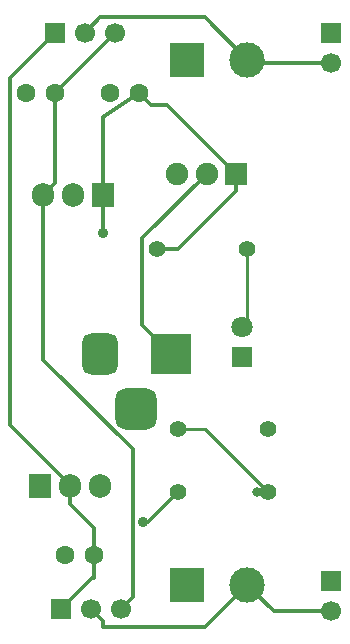
<source format=gtl>
%TF.GenerationSoftware,KiCad,Pcbnew,9.0.4*%
%TF.CreationDate,2026-02-14T22:34:29+05:30*%
%TF.ProjectId,Breadboard_PowerSupply,42726561-6462-46f6-9172-645f506f7765,rev?*%
%TF.SameCoordinates,Original*%
%TF.FileFunction,Copper,L1,Top*%
%TF.FilePolarity,Positive*%
%FSLAX46Y46*%
G04 Gerber Fmt 4.6, Leading zero omitted, Abs format (unit mm)*
G04 Created by KiCad (PCBNEW 9.0.4) date 2026-02-14 22:34:29*
%MOMM*%
%LPD*%
G01*
G04 APERTURE LIST*
G04 Aperture macros list*
%AMRoundRect*
0 Rectangle with rounded corners*
0 $1 Rounding radius*
0 $2 $3 $4 $5 $6 $7 $8 $9 X,Y pos of 4 corners*
0 Add a 4 corners polygon primitive as box body*
4,1,4,$2,$3,$4,$5,$6,$7,$8,$9,$2,$3,0*
0 Add four circle primitives for the rounded corners*
1,1,$1+$1,$2,$3*
1,1,$1+$1,$4,$5*
1,1,$1+$1,$6,$7*
1,1,$1+$1,$8,$9*
0 Add four rect primitives between the rounded corners*
20,1,$1+$1,$2,$3,$4,$5,0*
20,1,$1+$1,$4,$5,$6,$7,0*
20,1,$1+$1,$6,$7,$8,$9,0*
20,1,$1+$1,$8,$9,$2,$3,0*%
G04 Aperture macros list end*
%TA.AperFunction,Conductor*%
%ADD10C,0.350000*%
%TD*%
%TA.AperFunction,ComponentPad*%
%ADD11C,1.400000*%
%TD*%
%TA.AperFunction,ComponentPad*%
%ADD12R,3.000000X3.000000*%
%TD*%
%TA.AperFunction,ComponentPad*%
%ADD13C,3.000000*%
%TD*%
%TA.AperFunction,ComponentPad*%
%ADD14R,1.900000X1.900000*%
%TD*%
%TA.AperFunction,ComponentPad*%
%ADD15C,1.900000*%
%TD*%
%TA.AperFunction,ComponentPad*%
%ADD16C,1.600000*%
%TD*%
%TA.AperFunction,ComponentPad*%
%ADD17R,1.700000X1.700000*%
%TD*%
%TA.AperFunction,ComponentPad*%
%ADD18C,1.700000*%
%TD*%
%TA.AperFunction,ComponentPad*%
%ADD19R,1.905000X2.000000*%
%TD*%
%TA.AperFunction,ComponentPad*%
%ADD20O,1.905000X2.000000*%
%TD*%
%TA.AperFunction,ComponentPad*%
%ADD21R,3.500000X3.500000*%
%TD*%
%TA.AperFunction,ComponentPad*%
%ADD22RoundRect,0.750000X-0.750000X-1.000000X0.750000X-1.000000X0.750000X1.000000X-0.750000X1.000000X0*%
%TD*%
%TA.AperFunction,ComponentPad*%
%ADD23RoundRect,0.875000X-0.875000X-0.875000X0.875000X-0.875000X0.875000X0.875000X-0.875000X0.875000X0*%
%TD*%
%TA.AperFunction,ComponentPad*%
%ADD24R,1.800000X1.800000*%
%TD*%
%TA.AperFunction,ComponentPad*%
%ADD25C,1.800000*%
%TD*%
%TA.AperFunction,ViaPad*%
%ADD26C,0.900000*%
%TD*%
%TA.AperFunction,ViaPad*%
%ADD27C,0.800000*%
%TD*%
%TA.AperFunction,Conductor*%
%ADD28C,0.250000*%
%TD*%
G04 APERTURE END LIST*
D10*
%TO.N,/12V*%
X139700000Y-78740000D02*
X139700000Y-75438000D01*
X139700000Y-68834000D02*
X142748000Y-66802000D01*
X139700000Y-75438000D02*
X139700000Y-68834000D01*
%TD*%
D11*
%TO.P,R2,1*%
%TO.N,Net-(D1-A)*%
X151892000Y-80010000D03*
%TO.P,R2,2*%
%TO.N,/12V*%
X144272000Y-80010000D03*
%TD*%
D12*
%TO.P,J5,1,Pin_1*%
%TO.N,GND*%
X146812000Y-64008000D03*
D13*
%TO.P,J5,2,Pin_2*%
%TO.N,/PWR_OUT_TOP*%
X151892000Y-64008000D03*
%TD*%
D14*
%TO.P,S1,1*%
%TO.N,/12V*%
X150950000Y-73660000D03*
D15*
%TO.P,S1,2*%
%TO.N,/PWR_Input*%
X148450000Y-73660000D03*
%TO.P,S1,3*%
%TO.N,unconnected-(S1-Pad3)*%
X145950000Y-73660000D03*
%TD*%
D11*
%TO.P,R1,2*%
%TO.N,/3.3V*%
X146050000Y-100584000D03*
%TO.P,R1,1*%
%TO.N,Net-(U2-ADJ)*%
X153670000Y-100584000D03*
%TD*%
%TO.P,R3,2*%
%TO.N,Net-(U2-ADJ)*%
X146050000Y-95250000D03*
%TO.P,R3,1*%
%TO.N,GND*%
X153670000Y-95250000D03*
%TD*%
D13*
%TO.P,J7,2,Pin_2*%
%TO.N,/PWR_OUT_BOT*%
X151892000Y-108458000D03*
D12*
%TO.P,J7,1,Pin_1*%
%TO.N,GND*%
X146812000Y-108458000D03*
%TD*%
D16*
%TO.P,C1,1*%
%TO.N,/12V*%
X142748000Y-66802000D03*
%TO.P,C1,2*%
%TO.N,GND*%
X140248000Y-66802000D03*
%TD*%
%TO.P,C3,1*%
%TO.N,/3.3V*%
X138938000Y-105918000D03*
%TO.P,C3,2*%
%TO.N,GND*%
X136438000Y-105918000D03*
%TD*%
%TO.P,C2,1*%
%TO.N,/5V*%
X135616000Y-66802000D03*
%TO.P,C2,2*%
%TO.N,GND*%
X133116000Y-66802000D03*
%TD*%
D17*
%TO.P,J1,1,Pin_1*%
%TO.N,GND*%
X159004000Y-61778000D03*
D18*
%TO.P,J1,2,Pin_2*%
%TO.N,/PWR_OUT_TOP*%
X159004000Y-64318000D03*
%TD*%
D17*
%TO.P,J2,1,Pin_1*%
%TO.N,GND*%
X159004000Y-108138000D03*
D18*
%TO.P,J2,2,Pin_2*%
%TO.N,/PWR_OUT_BOT*%
X159004000Y-110678000D03*
%TD*%
D17*
%TO.P,J3,1,Pin_1*%
%TO.N,/3.3V*%
X135636000Y-61722000D03*
D18*
%TO.P,J3,2,Pin_2*%
%TO.N,/PWR_OUT_TOP*%
X138176000Y-61722000D03*
%TO.P,J3,3,Pin_3*%
%TO.N,/5V*%
X140716000Y-61722000D03*
%TD*%
D17*
%TO.P,J4,1,Pin_1*%
%TO.N,/3.3V*%
X136144000Y-110490000D03*
D18*
%TO.P,J4,2,Pin_2*%
%TO.N,/PWR_OUT_BOT*%
X138684000Y-110490000D03*
%TO.P,J4,3,Pin_3*%
%TO.N,/5V*%
X141224000Y-110490000D03*
%TD*%
D19*
%TO.P,U1,1,VI*%
%TO.N,/12V*%
X139700000Y-75438000D03*
D20*
%TO.P,U1,2,GND*%
%TO.N,GND*%
X137160000Y-75438000D03*
%TO.P,U1,3,VO*%
%TO.N,/5V*%
X134620000Y-75438000D03*
%TD*%
D21*
%TO.P,J6,1*%
%TO.N,/PWR_Input*%
X145446000Y-88900000D03*
D22*
%TO.P,J6,2*%
%TO.N,GND*%
X139446000Y-88900000D03*
D23*
%TO.P,J6,3*%
X142446000Y-93600000D03*
%TD*%
D19*
%TO.P,U2,1,ADJ*%
%TO.N,Net-(U2-ADJ)*%
X134366000Y-100076000D03*
D20*
%TO.P,U2,2,VO*%
%TO.N,/3.3V*%
X136906000Y-100076000D03*
%TO.P,U2,3,VI*%
%TO.N,/12V*%
X139446000Y-100076000D03*
%TD*%
D24*
%TO.P,D1,1,K*%
%TO.N,GND*%
X151410000Y-89154000D03*
D25*
%TO.P,D1,2,A*%
%TO.N,Net-(D1-A)*%
X151410000Y-86614000D03*
%TD*%
D26*
%TO.N,/12V*%
X139700000Y-78720000D03*
D27*
%TO.N,Net-(U2-ADJ)*%
X152670000Y-100584000D03*
D26*
%TO.N,/3.3V*%
X143051000Y-103124000D03*
%TD*%
D10*
%TO.N,/3.3V*%
X131826000Y-65532000D02*
X135636000Y-61722000D01*
X131826000Y-94948500D02*
X131826000Y-65532000D01*
X136906000Y-100028500D02*
X131826000Y-94948500D01*
X136906000Y-100076000D02*
X136906000Y-100028500D01*
%TO.N,/5V*%
X140696000Y-61722000D02*
X140716000Y-61722000D01*
X135616000Y-66802000D02*
X140696000Y-61722000D01*
%TO.N,/PWR_OUT_TOP*%
X148330000Y-60446000D02*
X139452000Y-60446000D01*
X139452000Y-60446000D02*
X138176000Y-61722000D01*
X151892000Y-64008000D02*
X148330000Y-60446000D01*
%TO.N,/3.3V*%
X138704000Y-107930000D02*
X136144000Y-110490000D01*
X138938000Y-107930000D02*
X138704000Y-107930000D01*
%TO.N,/PWR_OUT_BOT*%
X139706000Y-111512000D02*
X138684000Y-110490000D01*
X139706000Y-112020000D02*
X139706000Y-111512000D01*
%TO.N,/5V*%
X142176000Y-109538000D02*
X141224000Y-110490000D01*
%TO.N,/3.3V*%
X136124000Y-110744000D02*
X135890000Y-110744000D01*
X138938000Y-103632000D02*
X136906000Y-101600000D01*
X138938000Y-105918000D02*
X138938000Y-103632000D01*
X138938000Y-105918000D02*
X138938000Y-107930000D01*
X136906000Y-101600000D02*
X136906000Y-100076000D01*
%TO.N,/5V*%
X135616000Y-74442000D02*
X134620000Y-75438000D01*
X135616000Y-66802000D02*
X135616000Y-74442000D01*
X135890000Y-66802000D02*
X135616000Y-66802000D01*
%TO.N,/12V*%
X145108000Y-67818000D02*
X150950000Y-73660000D01*
X143764000Y-67818000D02*
X145108000Y-67818000D01*
X142748000Y-66802000D02*
X143764000Y-67818000D01*
%TO.N,/5V*%
X142176000Y-96964000D02*
X142176000Y-109538000D01*
X134620000Y-89408000D02*
X142176000Y-96964000D01*
X134620000Y-75438000D02*
X134620000Y-89408000D01*
D28*
%TO.N,Net-(U2-ADJ)*%
X153670000Y-100584000D02*
X152670000Y-100584000D01*
D10*
%TO.N,/PWR_OUT_BOT*%
X148330000Y-112020000D02*
X151892000Y-108458000D01*
X139706000Y-112020000D02*
X148330000Y-112020000D01*
D28*
%TO.N,Net-(D1-A)*%
X151892000Y-86132000D02*
X151410000Y-86614000D01*
X151892000Y-80010000D02*
X151892000Y-86132000D01*
D10*
%TO.N,/12V*%
X146050000Y-80010000D02*
X144272000Y-80010000D01*
X150950000Y-75110000D02*
X146050000Y-80010000D01*
X150950000Y-73660000D02*
X150950000Y-75110000D01*
%TO.N,/PWR_Input*%
X143002000Y-86456000D02*
X145446000Y-88900000D01*
X143002000Y-79108000D02*
X143002000Y-86456000D01*
X148450000Y-73660000D02*
X143002000Y-79108000D01*
%TO.N,/PWR_OUT_BOT*%
X154112000Y-110678000D02*
X159258000Y-110678000D01*
X151892000Y-108458000D02*
X154112000Y-110678000D01*
%TO.N,/3.3V*%
X143510000Y-103124000D02*
X143051000Y-103124000D01*
X146050000Y-100584000D02*
X143510000Y-103124000D01*
D28*
%TO.N,Net-(U2-ADJ)*%
X148336000Y-95250000D02*
X153670000Y-100584000D01*
X146050000Y-95250000D02*
X148336000Y-95250000D01*
D10*
%TO.N,/PWR_OUT_TOP*%
X152202000Y-64318000D02*
X151892000Y-64008000D01*
X159004000Y-64318000D02*
X152202000Y-64318000D01*
%TD*%
M02*

</source>
